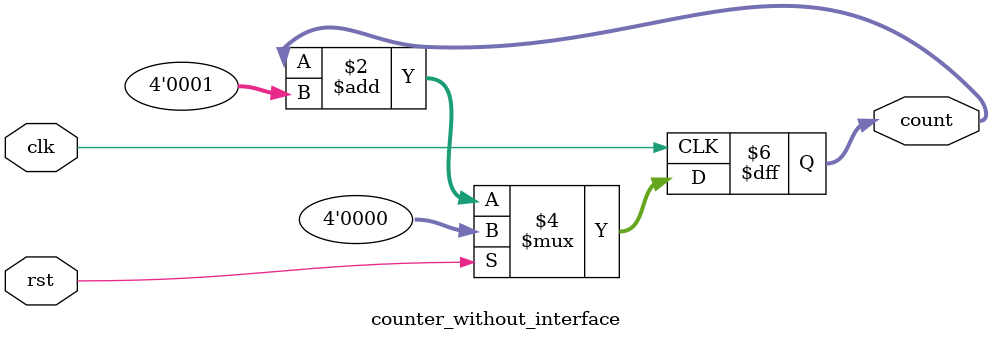
<source format=sv>
`timescale 1ns / 1ps


module counter_without_interface(
input bit clk ,rst ,
output logic [3:0]count 
    );
    always_ff @(posedge clk)
        begin 
        if (rst)
            count <=4'b0000;
        else 
            count <= count + 4'b0001;
        end 

endmodule

</source>
